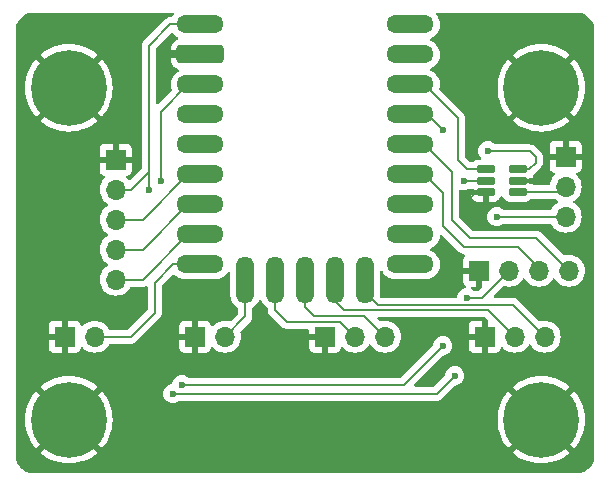
<source format=gbr>
%TF.GenerationSoftware,KiCad,Pcbnew,8.0.5*%
%TF.CreationDate,2024-09-18T02:34:05+09:00*%
%TF.ProjectId,MIDI_Pedal,4d494449-5f50-4656-9461-6c2e6b696361,rev?*%
%TF.SameCoordinates,Original*%
%TF.FileFunction,Copper,L1,Top*%
%TF.FilePolarity,Positive*%
%FSLAX46Y46*%
G04 Gerber Fmt 4.6, Leading zero omitted, Abs format (unit mm)*
G04 Created by KiCad (PCBNEW 8.0.5) date 2024-09-18 02:34:05*
%MOMM*%
%LPD*%
G01*
G04 APERTURE LIST*
G04 Aperture macros list*
%AMRoundRect*
0 Rectangle with rounded corners*
0 $1 Rounding radius*
0 $2 $3 $4 $5 $6 $7 $8 $9 X,Y pos of 4 corners*
0 Add a 4 corners polygon primitive as box body*
4,1,4,$2,$3,$4,$5,$6,$7,$8,$9,$2,$3,0*
0 Add four circle primitives for the rounded corners*
1,1,$1+$1,$2,$3*
1,1,$1+$1,$4,$5*
1,1,$1+$1,$6,$7*
1,1,$1+$1,$8,$9*
0 Add four rect primitives between the rounded corners*
20,1,$1+$1,$2,$3,$4,$5,0*
20,1,$1+$1,$4,$5,$6,$7,0*
20,1,$1+$1,$6,$7,$8,$9,0*
20,1,$1+$1,$8,$9,$2,$3,0*%
G04 Aperture macros list end*
%TA.AperFunction,ComponentPad*%
%ADD10C,0.800000*%
%TD*%
%TA.AperFunction,ComponentPad*%
%ADD11C,6.400000*%
%TD*%
%TA.AperFunction,ComponentPad*%
%ADD12O,4.000000X1.500000*%
%TD*%
%TA.AperFunction,ComponentPad*%
%ADD13O,1.500000X4.000000*%
%TD*%
%TA.AperFunction,ComponentPad*%
%ADD14RoundRect,0.250000X-1.750000X-0.500000X1.750000X-0.500000X1.750000X0.500000X-1.750000X0.500000X0*%
%TD*%
%TA.AperFunction,ComponentPad*%
%ADD15R,1.700000X1.700000*%
%TD*%
%TA.AperFunction,ComponentPad*%
%ADD16O,1.700000X1.700000*%
%TD*%
%TA.AperFunction,SMDPad,CuDef*%
%ADD17RoundRect,0.162500X0.617500X0.162500X-0.617500X0.162500X-0.617500X-0.162500X0.617500X-0.162500X0*%
%TD*%
%TA.AperFunction,ViaPad*%
%ADD18C,0.600000*%
%TD*%
%TA.AperFunction,Conductor*%
%ADD19C,0.700000*%
%TD*%
%TA.AperFunction,Conductor*%
%ADD20C,0.200000*%
%TD*%
G04 APERTURE END LIST*
D10*
%TO.P,H4,1,1*%
%TO.N,GND*%
X142600000Y-85000000D03*
X143302944Y-83302944D03*
X143302944Y-86697056D03*
X145000000Y-82600000D03*
D11*
X145000000Y-85000000D03*
D10*
X145000000Y-87400000D03*
X146697056Y-83302944D03*
X146697056Y-86697056D03*
X147400000Y-85000000D03*
%TD*%
%TO.P,H3,1,1*%
%TO.N,GND*%
X142600000Y-56900000D03*
X143302944Y-55202944D03*
X143302944Y-58597056D03*
X145000000Y-54500000D03*
D11*
X145000000Y-56900000D03*
D10*
X145000000Y-59300000D03*
X146697056Y-55202944D03*
X146697056Y-58597056D03*
X147400000Y-56900000D03*
%TD*%
%TO.P,H2,1,1*%
%TO.N,GND*%
X102600000Y-85000000D03*
X103302944Y-83302944D03*
X103302944Y-86697056D03*
X105000000Y-82600000D03*
D11*
X105000000Y-85000000D03*
D10*
X105000000Y-87400000D03*
X106697056Y-83302944D03*
X106697056Y-86697056D03*
X107400000Y-85000000D03*
%TD*%
%TO.P,H1,1,1*%
%TO.N,GND*%
X102600000Y-56900000D03*
X103302944Y-55202944D03*
X103302944Y-58597056D03*
X105000000Y-54500000D03*
D11*
X105000000Y-56900000D03*
D10*
X105000000Y-59300000D03*
X106697056Y-55202944D03*
X106697056Y-58597056D03*
X107400000Y-56900000D03*
%TD*%
D12*
%TO.P,U1,0,0*%
%TO.N,unconnected-(U1-Pad0)*%
X133920000Y-51540000D03*
%TO.P,U1,1,1*%
%TO.N,unconnected-(U1-Pad1)*%
X133920000Y-54080000D03*
%TO.P,U1,2,2*%
%TO.N,/I2C1_SDA*%
X133920000Y-56620000D03*
%TO.P,U1,3,3*%
%TO.N,/I2C1_SCL*%
X133920000Y-59160000D03*
%TO.P,U1,4,4*%
%TO.N,/I2C0_SDA*%
X133920000Y-61700000D03*
%TO.P,U1,5,5*%
%TO.N,/I2C0_SCL*%
X133920000Y-64240000D03*
%TO.P,U1,6,6*%
%TO.N,unconnected-(U1-Pad6)*%
X133920000Y-66780000D03*
%TO.P,U1,7,7*%
%TO.N,unconnected-(U1-Pad7)*%
X133920000Y-69320000D03*
%TO.P,U1,8,8*%
%TO.N,unconnected-(U1-Pad8)*%
X133920000Y-71860000D03*
D13*
%TO.P,U1,9,9*%
%TO.N,/SW6_PEDAL*%
X130080000Y-73160000D03*
%TO.P,U1,10,10*%
%TO.N,/SW5_PEDAL*%
X127540000Y-73160000D03*
%TO.P,U1,11,11*%
%TO.N,/SW4_PEDAL*%
X125000000Y-73160000D03*
%TO.P,U1,12,12*%
%TO.N,/SW3_PEDAL*%
X122460000Y-73160000D03*
%TO.P,U1,13,13*%
%TO.N,/SW2_PEDAL*%
X119920000Y-73160000D03*
D12*
%TO.P,U1,14,14*%
%TO.N,/SW1_PEDAL*%
X116130000Y-71860000D03*
%TO.P,U1,15,15*%
%TO.N,/RTEN_CLK*%
X116130000Y-69320000D03*
%TO.P,U1,26,26*%
%TO.N,/RTEN_DT*%
X116130000Y-66780000D03*
%TO.P,U1,27,27*%
%TO.N,/RTEN_SW*%
X116130000Y-64240000D03*
%TO.P,U1,28,28*%
%TO.N,unconnected-(U1-Pad28)*%
X116130000Y-61700000D03*
%TO.P,U1,29,29*%
%TO.N,unconnected-(U1-Pad29)*%
X116130000Y-59160000D03*
%TO.P,U1,30,3V3*%
%TO.N,+3V3*%
X116130000Y-56620000D03*
D14*
%TO.P,U1,31,GND*%
%TO.N,GND*%
X116130000Y-54080000D03*
D12*
%TO.P,U1,32,5V*%
%TO.N,VCC*%
X116080000Y-51540000D03*
%TD*%
D15*
%TO.P,J5,1,Pin_1*%
%TO.N,GND*%
X115668000Y-77978000D03*
D16*
%TO.P,J5,2,Pin_2*%
%TO.N,/SW2_PEDAL*%
X118208000Y-77978000D03*
%TD*%
D15*
%TO.P,J7,1,Pin_1*%
%TO.N,GND*%
X140208000Y-77978000D03*
D16*
%TO.P,J7,2,Pin_2*%
%TO.N,/SW5_PEDAL*%
X142748000Y-77978000D03*
%TO.P,J7,3,Pin_3*%
%TO.N,/SW6_PEDAL*%
X145288000Y-77978000D03*
%TD*%
D15*
%TO.P,J1,1,Pin_1*%
%TO.N,GND*%
X139710000Y-72390000D03*
D16*
%TO.P,J1,2,Pin_2*%
%TO.N,VCC*%
X142250000Y-72390000D03*
%TO.P,J1,3,Pin_3*%
%TO.N,/I2C0_SCL*%
X144790000Y-72390000D03*
%TO.P,J1,4,Pin_4*%
%TO.N,/I2C0_SDA*%
X147330000Y-72390000D03*
%TD*%
D15*
%TO.P,J6,1,Pin_1*%
%TO.N,GND*%
X126688000Y-77978000D03*
D16*
%TO.P,J6,2,Pin_2*%
%TO.N,/SW3_PEDAL*%
X129228000Y-77978000D03*
%TO.P,J6,3,Pin_3*%
%TO.N,/SW4_PEDAL*%
X131768000Y-77978000D03*
%TD*%
D15*
%TO.P,J2,1,Pin_1*%
%TO.N,GND*%
X108966000Y-62992000D03*
D16*
%TO.P,J2,2,Pin_2*%
%TO.N,VCC*%
X108966000Y-65532000D03*
%TO.P,J2,3,Pin_3*%
%TO.N,/RTEN_SW*%
X108966000Y-68072000D03*
%TO.P,J2,4,Pin_4*%
%TO.N,/RTEN_DT*%
X108966000Y-70612000D03*
%TO.P,J2,5,Pin_5*%
%TO.N,/RTEN_CLK*%
X108966000Y-73152000D03*
%TD*%
D15*
%TO.P,J4,1,Pin_1*%
%TO.N,GND*%
X104648000Y-77978000D03*
D16*
%TO.P,J4,2,Pin_2*%
%TO.N,/SW1_PEDAL*%
X107188000Y-77978000D03*
%TD*%
D15*
%TO.P,J3,1,Pin_1*%
%TO.N,GND*%
X147066000Y-62738000D03*
D16*
%TO.P,J3,2,Pin_2*%
%TO.N,/EXP_PEDAL*%
X147066000Y-65278000D03*
%TO.P,J3,3,Pin_3*%
%TO.N,+3V3*%
X147066000Y-67818000D03*
%TD*%
D17*
%TO.P,U2,6,VIN-*%
%TO.N,GND*%
X140302000Y-65720000D03*
%TO.P,U2,5,VDD*%
%TO.N,+3V3*%
X140302000Y-64770000D03*
%TO.P,U2,4,SDA*%
%TO.N,/I2C1_SDA*%
X140302000Y-63820000D03*
%TO.P,U2,3,SCL*%
%TO.N,/I2C1_SCL*%
X143002000Y-63820000D03*
%TO.P,U2,2,VSS*%
%TO.N,GND*%
X143002000Y-64770000D03*
%TO.P,U2,1,VIN+*%
%TO.N,/EXP_PEDAL*%
X143002000Y-65720000D03*
%TD*%
D18*
%TO.N,GND*%
X126492000Y-84074000D03*
X139954000Y-59436000D03*
X146050000Y-74930000D03*
X134620000Y-77724000D03*
X141224000Y-81534000D03*
X129540000Y-80010000D03*
X132842000Y-87122000D03*
X109728000Y-53594000D03*
X102362000Y-64516000D03*
X106172000Y-68072000D03*
X102362000Y-74168000D03*
X109474000Y-81026000D03*
X121158000Y-85852000D03*
X120650000Y-79756000D03*
X112522000Y-87122000D03*
X112776000Y-55118000D03*
%TO.N,VCC*%
X138684000Y-74676000D03*
X137668000Y-81280000D03*
X113792000Y-82804000D03*
X111760000Y-65532000D03*
%TO.N,+3V3*%
X141224000Y-67818000D03*
X136652000Y-78740000D03*
X114554000Y-82042000D03*
X112776000Y-64770000D03*
%TO.N,GND*%
X144272000Y-61468000D03*
X144780000Y-64770000D03*
X138684000Y-66548000D03*
%TO.N,/I2C1_SCL*%
X140462000Y-62230000D03*
X136652000Y-60452000D03*
%TO.N,+3V3*%
X138430000Y-64770000D03*
%TD*%
D19*
%TO.N,GND*%
X117380000Y-54080000D02*
X113306000Y-54080000D01*
D20*
%TO.N,+3V3*%
X136652000Y-78740000D02*
X133350000Y-82042000D01*
%TO.N,VCC*%
X139964000Y-74676000D02*
X138684000Y-74676000D01*
X142250000Y-72390000D02*
X139964000Y-74676000D01*
X136144000Y-82804000D02*
X137668000Y-81280000D01*
X113792000Y-82804000D02*
X136144000Y-82804000D01*
X111760000Y-63754000D02*
X111760000Y-65532000D01*
X111760000Y-63754000D02*
X111760000Y-64008000D01*
X111760000Y-53340000D02*
X111760000Y-63754000D01*
%TO.N,+3V3*%
X133350000Y-82042000D02*
X114554000Y-82042000D01*
X147066000Y-67818000D02*
X141224000Y-67818000D01*
X112776000Y-58928000D02*
X112776000Y-64770000D01*
X115084000Y-56620000D02*
X112776000Y-58928000D01*
X117380000Y-56620000D02*
X115084000Y-56620000D01*
%TO.N,GND*%
X145542000Y-62738000D02*
X144272000Y-61468000D01*
X147066000Y-62738000D02*
X145542000Y-62738000D01*
X143002000Y-64770000D02*
X144780000Y-64770000D01*
X139512000Y-65720000D02*
X138684000Y-66548000D01*
X140302000Y-65720000D02*
X139512000Y-65720000D01*
%TO.N,/EXP_PEDAL*%
X146624000Y-65720000D02*
X147066000Y-65278000D01*
X143002000Y-65720000D02*
X146624000Y-65720000D01*
%TO.N,/I2C1_SCL*%
X144526000Y-63246000D02*
X143952000Y-63820000D01*
X144018000Y-62230000D02*
X144526000Y-62738000D01*
X140462000Y-62230000D02*
X144018000Y-62230000D01*
X144526000Y-62738000D02*
X144526000Y-63246000D01*
X143952000Y-63820000D02*
X143002000Y-63820000D01*
X135360000Y-59160000D02*
X136652000Y-60452000D01*
X132670000Y-59160000D02*
X135360000Y-59160000D01*
%TO.N,/I2C1_SDA*%
X138750000Y-63820000D02*
X140302000Y-63820000D01*
X137922000Y-62992000D02*
X138750000Y-63820000D01*
X137922000Y-59436000D02*
X137922000Y-62992000D01*
X135128000Y-56642000D02*
X132692000Y-56642000D01*
X135128000Y-56642000D02*
X137922000Y-59436000D01*
X134136924Y-56642000D02*
X135128000Y-56642000D01*
X134114924Y-56620000D02*
X134136924Y-56642000D01*
X132670000Y-56620000D02*
X134114924Y-56620000D01*
%TO.N,/I2C0_SDA*%
X138938000Y-69596000D02*
X144536000Y-69596000D01*
X137414000Y-68072000D02*
X138938000Y-69596000D01*
X135106000Y-61700000D02*
X137414000Y-64008000D01*
X137414000Y-64008000D02*
X137414000Y-68072000D01*
X144536000Y-69596000D02*
X147330000Y-72390000D01*
X132670000Y-61700000D02*
X135106000Y-61700000D01*
%TO.N,/I2C0_SCL*%
X144790000Y-72146000D02*
X144790000Y-72390000D01*
X143002000Y-70358000D02*
X144790000Y-72146000D01*
X138430000Y-70358000D02*
X143002000Y-70358000D01*
X136652000Y-68580000D02*
X138430000Y-70358000D01*
X136652000Y-65786000D02*
X136652000Y-68580000D01*
X135106000Y-64240000D02*
X136652000Y-65786000D01*
X132670000Y-64240000D02*
X135106000Y-64240000D01*
%TO.N,/RTEN_SW*%
X111252000Y-68072000D02*
X108966000Y-68072000D01*
X115084000Y-64240000D02*
X111252000Y-68072000D01*
X117380000Y-64240000D02*
X115084000Y-64240000D01*
%TO.N,/RTEN_DT*%
X111252000Y-70612000D02*
X108966000Y-70612000D01*
X115084000Y-66780000D02*
X111252000Y-70612000D01*
X117380000Y-66780000D02*
X115084000Y-66780000D01*
%TO.N,/RTEN_CLK*%
X115084000Y-69320000D02*
X117380000Y-69320000D01*
X111252000Y-73152000D02*
X115084000Y-69320000D01*
X108966000Y-73152000D02*
X111252000Y-73152000D01*
%TO.N,/SW6_PEDAL*%
X142602000Y-75292000D02*
X145288000Y-77978000D01*
X131172000Y-75292000D02*
X142602000Y-75292000D01*
X130080000Y-71910000D02*
X130080000Y-74200000D01*
X130080000Y-74200000D02*
X131172000Y-75292000D01*
%TO.N,/SW5_PEDAL*%
X140462000Y-75692000D02*
X142748000Y-77978000D01*
X128270000Y-75692000D02*
X140462000Y-75692000D01*
X127540000Y-74962000D02*
X128270000Y-75692000D01*
X127540000Y-71910000D02*
X127540000Y-74962000D01*
%TO.N,/SW4_PEDAL*%
X129990000Y-76200000D02*
X131768000Y-77978000D01*
X125730000Y-76200000D02*
X129990000Y-76200000D01*
X125000000Y-75470000D02*
X125730000Y-76200000D01*
X125000000Y-71910000D02*
X125000000Y-75470000D01*
%TO.N,/SW3_PEDAL*%
X123444000Y-76708000D02*
X127958000Y-76708000D01*
X122428000Y-75692000D02*
X123444000Y-76708000D01*
X127958000Y-76708000D02*
X129228000Y-77978000D01*
X122428000Y-71942000D02*
X122428000Y-75692000D01*
X122460000Y-71910000D02*
X122428000Y-71942000D01*
%TO.N,/SW2_PEDAL*%
X119920000Y-76266000D02*
X118208000Y-77978000D01*
X119920000Y-71910000D02*
X119920000Y-76266000D01*
%TO.N,/SW1_PEDAL*%
X110236000Y-77978000D02*
X107188000Y-77978000D01*
X112268000Y-75946000D02*
X110236000Y-77978000D01*
X112268000Y-73406000D02*
X112268000Y-75946000D01*
X113814000Y-71860000D02*
X112268000Y-73406000D01*
X117380000Y-71860000D02*
X113814000Y-71860000D01*
%TO.N,VCC*%
X117330000Y-51540000D02*
X113560000Y-51540000D01*
X113560000Y-51540000D02*
X111760000Y-53340000D01*
X111760000Y-64008000D02*
X110236000Y-65532000D01*
X110236000Y-65532000D02*
X108966000Y-65532000D01*
%TO.N,+3V3*%
X138430000Y-64770000D02*
X140302000Y-64770000D01*
%TD*%
%TA.AperFunction,Conductor*%
%TO.N,GND*%
G36*
X113835605Y-50558185D02*
G01*
X113881360Y-50610989D01*
X113891304Y-50680147D01*
X113868884Y-50735383D01*
X113835123Y-50781853D01*
X113757722Y-50888386D01*
X113702392Y-50931051D01*
X113657404Y-50939500D01*
X113480941Y-50939500D01*
X113441651Y-50950027D01*
X113441652Y-50950028D01*
X113328214Y-50980423D01*
X113328209Y-50980426D01*
X113191290Y-51059475D01*
X113191282Y-51059481D01*
X111279481Y-52971282D01*
X111279477Y-52971287D01*
X111256854Y-53010474D01*
X111256853Y-53010476D01*
X111200423Y-53108215D01*
X111159499Y-53260943D01*
X111159499Y-53260945D01*
X111159499Y-53429046D01*
X111159500Y-53429059D01*
X111159500Y-63707902D01*
X111139815Y-63774941D01*
X111123181Y-63795583D01*
X110213459Y-64705304D01*
X110152136Y-64738789D01*
X110082444Y-64733805D01*
X110026511Y-64691933D01*
X110024235Y-64688791D01*
X110004495Y-64660599D01*
X109882179Y-64538283D01*
X109848696Y-64476963D01*
X109853680Y-64407271D01*
X109895551Y-64351337D01*
X109926529Y-64334422D01*
X110058086Y-64285354D01*
X110058093Y-64285350D01*
X110173187Y-64199190D01*
X110173190Y-64199187D01*
X110259350Y-64084093D01*
X110259354Y-64084086D01*
X110309596Y-63949379D01*
X110309598Y-63949372D01*
X110315999Y-63889844D01*
X110316000Y-63889827D01*
X110316000Y-63242000D01*
X109399012Y-63242000D01*
X109431925Y-63184993D01*
X109466000Y-63057826D01*
X109466000Y-62926174D01*
X109431925Y-62799007D01*
X109399012Y-62742000D01*
X110316000Y-62742000D01*
X110316000Y-62094172D01*
X110315999Y-62094155D01*
X110309598Y-62034627D01*
X110309596Y-62034620D01*
X110259354Y-61899913D01*
X110259350Y-61899906D01*
X110173190Y-61784812D01*
X110173187Y-61784809D01*
X110058093Y-61698649D01*
X110058086Y-61698645D01*
X109923379Y-61648403D01*
X109923372Y-61648401D01*
X109863844Y-61642000D01*
X109216000Y-61642000D01*
X109216000Y-62558988D01*
X109158993Y-62526075D01*
X109031826Y-62492000D01*
X108900174Y-62492000D01*
X108773007Y-62526075D01*
X108716000Y-62558988D01*
X108716000Y-61642000D01*
X108068155Y-61642000D01*
X108008627Y-61648401D01*
X108008620Y-61648403D01*
X107873913Y-61698645D01*
X107873906Y-61698649D01*
X107758812Y-61784809D01*
X107758809Y-61784812D01*
X107672649Y-61899906D01*
X107672645Y-61899913D01*
X107622403Y-62034620D01*
X107622401Y-62034627D01*
X107616000Y-62094155D01*
X107616000Y-62742000D01*
X108532988Y-62742000D01*
X108500075Y-62799007D01*
X108466000Y-62926174D01*
X108466000Y-63057826D01*
X108500075Y-63184993D01*
X108532988Y-63242000D01*
X107616000Y-63242000D01*
X107616000Y-63889844D01*
X107622401Y-63949372D01*
X107622403Y-63949379D01*
X107672645Y-64084086D01*
X107672649Y-64084093D01*
X107758809Y-64199187D01*
X107758812Y-64199190D01*
X107873906Y-64285350D01*
X107873913Y-64285354D01*
X108005470Y-64334421D01*
X108061403Y-64376292D01*
X108085821Y-64441756D01*
X108070970Y-64510029D01*
X108049819Y-64538284D01*
X107927503Y-64660600D01*
X107791965Y-64854169D01*
X107791964Y-64854171D01*
X107692098Y-65068335D01*
X107692094Y-65068344D01*
X107630938Y-65296586D01*
X107630936Y-65296596D01*
X107610341Y-65531999D01*
X107610341Y-65532000D01*
X107630936Y-65767403D01*
X107630938Y-65767413D01*
X107692094Y-65995655D01*
X107692096Y-65995659D01*
X107692097Y-65995663D01*
X107767144Y-66156602D01*
X107791965Y-66209830D01*
X107791967Y-66209834D01*
X107927501Y-66403395D01*
X107927506Y-66403402D01*
X108094597Y-66570493D01*
X108094603Y-66570498D01*
X108280158Y-66700425D01*
X108323783Y-66755002D01*
X108330977Y-66824500D01*
X108299454Y-66886855D01*
X108280158Y-66903575D01*
X108094597Y-67033505D01*
X107927505Y-67200597D01*
X107791965Y-67394169D01*
X107791964Y-67394171D01*
X107692098Y-67608335D01*
X107692094Y-67608344D01*
X107630938Y-67836586D01*
X107630936Y-67836596D01*
X107610341Y-68071999D01*
X107610341Y-68072000D01*
X107630936Y-68307403D01*
X107630938Y-68307413D01*
X107692094Y-68535655D01*
X107692096Y-68535659D01*
X107692097Y-68535663D01*
X107763787Y-68689402D01*
X107791965Y-68749830D01*
X107791967Y-68749834D01*
X107927501Y-68943395D01*
X107927506Y-68943402D01*
X108094597Y-69110493D01*
X108094603Y-69110498D01*
X108280158Y-69240425D01*
X108323783Y-69295002D01*
X108330977Y-69364500D01*
X108299454Y-69426855D01*
X108280158Y-69443575D01*
X108094597Y-69573505D01*
X107927505Y-69740597D01*
X107791965Y-69934169D01*
X107791964Y-69934171D01*
X107692098Y-70148335D01*
X107692094Y-70148344D01*
X107630938Y-70376586D01*
X107630936Y-70376596D01*
X107610341Y-70611999D01*
X107610341Y-70612000D01*
X107630936Y-70847403D01*
X107630938Y-70847413D01*
X107692094Y-71075655D01*
X107692096Y-71075659D01*
X107692097Y-71075663D01*
X107764839Y-71231658D01*
X107791965Y-71289830D01*
X107791967Y-71289834D01*
X107855085Y-71379975D01*
X107911780Y-71460944D01*
X107927501Y-71483395D01*
X107927506Y-71483402D01*
X108094597Y-71650493D01*
X108094603Y-71650498D01*
X108280158Y-71780425D01*
X108323783Y-71835002D01*
X108330977Y-71904500D01*
X108299454Y-71966855D01*
X108280158Y-71983575D01*
X108094597Y-72113505D01*
X107927505Y-72280597D01*
X107791965Y-72474169D01*
X107791964Y-72474171D01*
X107692098Y-72688335D01*
X107692094Y-72688344D01*
X107630938Y-72916586D01*
X107630936Y-72916596D01*
X107610341Y-73151999D01*
X107610341Y-73152000D01*
X107630936Y-73387403D01*
X107630938Y-73387413D01*
X107692094Y-73615655D01*
X107692096Y-73615659D01*
X107692097Y-73615663D01*
X107770481Y-73783757D01*
X107791965Y-73829830D01*
X107791967Y-73829834D01*
X107834538Y-73890631D01*
X107927505Y-74023401D01*
X108094599Y-74190495D01*
X108191384Y-74258265D01*
X108288165Y-74326032D01*
X108288167Y-74326033D01*
X108288170Y-74326035D01*
X108502337Y-74425903D01*
X108730592Y-74487063D01*
X108918918Y-74503539D01*
X108965999Y-74507659D01*
X108966000Y-74507659D01*
X108966001Y-74507659D01*
X109005234Y-74504226D01*
X109201408Y-74487063D01*
X109429663Y-74425903D01*
X109643830Y-74326035D01*
X109837401Y-74190495D01*
X110004495Y-74023401D01*
X110140035Y-73829830D01*
X110142707Y-73824097D01*
X110188878Y-73771658D01*
X110255091Y-73752500D01*
X111165331Y-73752500D01*
X111165347Y-73752501D01*
X111172943Y-73752501D01*
X111331054Y-73752501D01*
X111331057Y-73752501D01*
X111483785Y-73711577D01*
X111483787Y-73711575D01*
X111483790Y-73711575D01*
X111491297Y-73708466D01*
X111492071Y-73710335D01*
X111549380Y-73696423D01*
X111615411Y-73719264D01*
X111658610Y-73774179D01*
X111667500Y-73820283D01*
X111667500Y-75645903D01*
X111647815Y-75712942D01*
X111631181Y-75733584D01*
X110023584Y-77341181D01*
X109962261Y-77374666D01*
X109935903Y-77377500D01*
X108477091Y-77377500D01*
X108410052Y-77357815D01*
X108364711Y-77305909D01*
X108362037Y-77300175D01*
X108362034Y-77300170D01*
X108362033Y-77300169D01*
X108304002Y-77217290D01*
X108226494Y-77106597D01*
X108059402Y-76939506D01*
X108059395Y-76939501D01*
X107865834Y-76803967D01*
X107865830Y-76803965D01*
X107794727Y-76770809D01*
X107651663Y-76704097D01*
X107651659Y-76704096D01*
X107651655Y-76704094D01*
X107423413Y-76642938D01*
X107423403Y-76642936D01*
X107188001Y-76622341D01*
X107187999Y-76622341D01*
X106952596Y-76642936D01*
X106952586Y-76642938D01*
X106724344Y-76704094D01*
X106724335Y-76704098D01*
X106510171Y-76803964D01*
X106510169Y-76803965D01*
X106316600Y-76939503D01*
X106194284Y-77061819D01*
X106132961Y-77095303D01*
X106063269Y-77090319D01*
X106007336Y-77048447D01*
X105990421Y-77017470D01*
X105941354Y-76885913D01*
X105941350Y-76885906D01*
X105855190Y-76770812D01*
X105855187Y-76770809D01*
X105740093Y-76684649D01*
X105740086Y-76684645D01*
X105605379Y-76634403D01*
X105605372Y-76634401D01*
X105545844Y-76628000D01*
X104898000Y-76628000D01*
X104898000Y-77544988D01*
X104840993Y-77512075D01*
X104713826Y-77478000D01*
X104582174Y-77478000D01*
X104455007Y-77512075D01*
X104398000Y-77544988D01*
X104398000Y-76628000D01*
X103750155Y-76628000D01*
X103690627Y-76634401D01*
X103690620Y-76634403D01*
X103555913Y-76684645D01*
X103555906Y-76684649D01*
X103440812Y-76770809D01*
X103440809Y-76770812D01*
X103354649Y-76885906D01*
X103354645Y-76885913D01*
X103304403Y-77020620D01*
X103304401Y-77020627D01*
X103298000Y-77080155D01*
X103298000Y-77728000D01*
X104214988Y-77728000D01*
X104182075Y-77785007D01*
X104148000Y-77912174D01*
X104148000Y-78043826D01*
X104182075Y-78170993D01*
X104214988Y-78228000D01*
X103298000Y-78228000D01*
X103298000Y-78875844D01*
X103304401Y-78935372D01*
X103304403Y-78935379D01*
X103354645Y-79070086D01*
X103354649Y-79070093D01*
X103440809Y-79185187D01*
X103440812Y-79185190D01*
X103555906Y-79271350D01*
X103555913Y-79271354D01*
X103690620Y-79321596D01*
X103690627Y-79321598D01*
X103750155Y-79327999D01*
X103750172Y-79328000D01*
X104398000Y-79328000D01*
X104398000Y-78411012D01*
X104455007Y-78443925D01*
X104582174Y-78478000D01*
X104713826Y-78478000D01*
X104840993Y-78443925D01*
X104898000Y-78411012D01*
X104898000Y-79328000D01*
X105545828Y-79328000D01*
X105545844Y-79327999D01*
X105605372Y-79321598D01*
X105605379Y-79321596D01*
X105740086Y-79271354D01*
X105740093Y-79271350D01*
X105855187Y-79185190D01*
X105855190Y-79185187D01*
X105941350Y-79070093D01*
X105941354Y-79070086D01*
X105990422Y-78938529D01*
X106032293Y-78882595D01*
X106097757Y-78858178D01*
X106166030Y-78873030D01*
X106194285Y-78894181D01*
X106316599Y-79016495D01*
X106393135Y-79070086D01*
X106510165Y-79152032D01*
X106510167Y-79152033D01*
X106510170Y-79152035D01*
X106724337Y-79251903D01*
X106952592Y-79313063D01*
X107123319Y-79328000D01*
X107187999Y-79333659D01*
X107188000Y-79333659D01*
X107188001Y-79333659D01*
X107252681Y-79328000D01*
X107423408Y-79313063D01*
X107651663Y-79251903D01*
X107865830Y-79152035D01*
X108059401Y-79016495D01*
X108226495Y-78849401D01*
X108362035Y-78655830D01*
X108364707Y-78650097D01*
X108410878Y-78597658D01*
X108477091Y-78578500D01*
X110149331Y-78578500D01*
X110149347Y-78578501D01*
X110156943Y-78578501D01*
X110315054Y-78578501D01*
X110315057Y-78578501D01*
X110467785Y-78537577D01*
X110467787Y-78537575D01*
X110467789Y-78537575D01*
X110467790Y-78537574D01*
X110518640Y-78508216D01*
X110518641Y-78508215D01*
X110604716Y-78458520D01*
X110716520Y-78346716D01*
X110716520Y-78346714D01*
X110726724Y-78336511D01*
X110726728Y-78336506D01*
X112626506Y-76436728D01*
X112626511Y-76436724D01*
X112636714Y-76426520D01*
X112636716Y-76426520D01*
X112748520Y-76314716D01*
X112822289Y-76186944D01*
X112822290Y-76186943D01*
X112824434Y-76183227D01*
X112827577Y-76177785D01*
X112868501Y-76025057D01*
X112868501Y-75866943D01*
X112868501Y-75859348D01*
X112868500Y-75859330D01*
X112868500Y-73706096D01*
X112888185Y-73639057D01*
X112904814Y-73618419D01*
X113799699Y-72723534D01*
X113861022Y-72690050D01*
X113930714Y-72695034D01*
X113975061Y-72723535D01*
X114065354Y-72813828D01*
X114224595Y-72929524D01*
X114307455Y-72971743D01*
X114399970Y-73018882D01*
X114399972Y-73018882D01*
X114399975Y-73018884D01*
X114441010Y-73032217D01*
X114587173Y-73079709D01*
X114781578Y-73110500D01*
X114781583Y-73110500D01*
X117478422Y-73110500D01*
X117672826Y-73079709D01*
X117709373Y-73067834D01*
X117860025Y-73018884D01*
X118035405Y-72929524D01*
X118194646Y-72813828D01*
X118333828Y-72674646D01*
X118445182Y-72521380D01*
X118500512Y-72478716D01*
X118570126Y-72472737D01*
X118631921Y-72505343D01*
X118666278Y-72566182D01*
X118669500Y-72594267D01*
X118669500Y-74508422D01*
X118700290Y-74702826D01*
X118761117Y-74890029D01*
X118850475Y-75065403D01*
X118850476Y-75065405D01*
X118966172Y-75224646D01*
X119105354Y-75363828D01*
X119197138Y-75430513D01*
X119268386Y-75482278D01*
X119311051Y-75537608D01*
X119319500Y-75582596D01*
X119319500Y-75965902D01*
X119299815Y-76032941D01*
X119283181Y-76053583D01*
X118691530Y-76645233D01*
X118630207Y-76678718D01*
X118571756Y-76677327D01*
X118443413Y-76642938D01*
X118443403Y-76642936D01*
X118208001Y-76622341D01*
X118207999Y-76622341D01*
X117972596Y-76642936D01*
X117972586Y-76642938D01*
X117744344Y-76704094D01*
X117744335Y-76704098D01*
X117530171Y-76803964D01*
X117530169Y-76803965D01*
X117336600Y-76939503D01*
X117214284Y-77061819D01*
X117152961Y-77095303D01*
X117083269Y-77090319D01*
X117027336Y-77048447D01*
X117010421Y-77017470D01*
X116961354Y-76885913D01*
X116961350Y-76885906D01*
X116875190Y-76770812D01*
X116875187Y-76770809D01*
X116760093Y-76684649D01*
X116760086Y-76684645D01*
X116625379Y-76634403D01*
X116625372Y-76634401D01*
X116565844Y-76628000D01*
X115918000Y-76628000D01*
X115918000Y-77544988D01*
X115860993Y-77512075D01*
X115733826Y-77478000D01*
X115602174Y-77478000D01*
X115475007Y-77512075D01*
X115418000Y-77544988D01*
X115418000Y-76628000D01*
X114770155Y-76628000D01*
X114710627Y-76634401D01*
X114710620Y-76634403D01*
X114575913Y-76684645D01*
X114575906Y-76684649D01*
X114460812Y-76770809D01*
X114460809Y-76770812D01*
X114374649Y-76885906D01*
X114374645Y-76885913D01*
X114324403Y-77020620D01*
X114324401Y-77020627D01*
X114318000Y-77080155D01*
X114318000Y-77728000D01*
X115234988Y-77728000D01*
X115202075Y-77785007D01*
X115168000Y-77912174D01*
X115168000Y-78043826D01*
X115202075Y-78170993D01*
X115234988Y-78228000D01*
X114318000Y-78228000D01*
X114318000Y-78875844D01*
X114324401Y-78935372D01*
X114324403Y-78935379D01*
X114374645Y-79070086D01*
X114374649Y-79070093D01*
X114460809Y-79185187D01*
X114460812Y-79185190D01*
X114575906Y-79271350D01*
X114575913Y-79271354D01*
X114710620Y-79321596D01*
X114710627Y-79321598D01*
X114770155Y-79327999D01*
X114770172Y-79328000D01*
X115418000Y-79328000D01*
X115418000Y-78411012D01*
X115475007Y-78443925D01*
X115602174Y-78478000D01*
X115733826Y-78478000D01*
X115860993Y-78443925D01*
X115918000Y-78411012D01*
X115918000Y-79328000D01*
X116565828Y-79328000D01*
X116565844Y-79327999D01*
X116625372Y-79321598D01*
X116625379Y-79321596D01*
X116760086Y-79271354D01*
X116760093Y-79271350D01*
X116875187Y-79185190D01*
X116875190Y-79185187D01*
X116961350Y-79070093D01*
X116961354Y-79070086D01*
X117010422Y-78938529D01*
X117052293Y-78882595D01*
X117117757Y-78858178D01*
X117186030Y-78873030D01*
X117214285Y-78894181D01*
X117336599Y-79016495D01*
X117413135Y-79070086D01*
X117530165Y-79152032D01*
X117530167Y-79152033D01*
X117530170Y-79152035D01*
X117744337Y-79251903D01*
X117972592Y-79313063D01*
X118143319Y-79328000D01*
X118207999Y-79333659D01*
X118208000Y-79333659D01*
X118208001Y-79333659D01*
X118272681Y-79328000D01*
X118443408Y-79313063D01*
X118671663Y-79251903D01*
X118885830Y-79152035D01*
X119079401Y-79016495D01*
X119246495Y-78849401D01*
X119382035Y-78655830D01*
X119481903Y-78441663D01*
X119543063Y-78213408D01*
X119563659Y-77978000D01*
X119543063Y-77742592D01*
X119508671Y-77614239D01*
X119510334Y-77544393D01*
X119540763Y-77494470D01*
X120400520Y-76634716D01*
X120479577Y-76497784D01*
X120520501Y-76345057D01*
X120520501Y-76186942D01*
X120520501Y-76179347D01*
X120520500Y-76179329D01*
X120520500Y-75582596D01*
X120540185Y-75515557D01*
X120571614Y-75482278D01*
X120575403Y-75479524D01*
X120575405Y-75479524D01*
X120734646Y-75363828D01*
X120873828Y-75224646D01*
X120989524Y-75065405D01*
X121058335Y-74930355D01*
X121079515Y-74888787D01*
X121127489Y-74837990D01*
X121195310Y-74821195D01*
X121261445Y-74843732D01*
X121300485Y-74888787D01*
X121390474Y-75065403D01*
X121409435Y-75091500D01*
X121506172Y-75224646D01*
X121645354Y-75363828D01*
X121776387Y-75459029D01*
X121819051Y-75514358D01*
X121827500Y-75559346D01*
X121827500Y-75605330D01*
X121827499Y-75605348D01*
X121827499Y-75771054D01*
X121827498Y-75771054D01*
X121827499Y-75771057D01*
X121868423Y-75923785D01*
X121868424Y-75923787D01*
X121868423Y-75923787D01*
X121883856Y-75950516D01*
X121883858Y-75950518D01*
X121883859Y-75950520D01*
X121892740Y-75965902D01*
X121947479Y-76060715D01*
X122066349Y-76179585D01*
X122066355Y-76179590D01*
X122959139Y-77072374D01*
X122959149Y-77072385D01*
X122963479Y-77076715D01*
X122963480Y-77076716D01*
X123075284Y-77188520D01*
X123162095Y-77238639D01*
X123162097Y-77238641D01*
X123200151Y-77260611D01*
X123212215Y-77267577D01*
X123364943Y-77308501D01*
X123364946Y-77308501D01*
X123530653Y-77308501D01*
X123530669Y-77308500D01*
X125214000Y-77308500D01*
X125281039Y-77328185D01*
X125326794Y-77380989D01*
X125338000Y-77432500D01*
X125338000Y-77728000D01*
X126254988Y-77728000D01*
X126222075Y-77785007D01*
X126188000Y-77912174D01*
X126188000Y-78043826D01*
X126222075Y-78170993D01*
X126254988Y-78228000D01*
X125338000Y-78228000D01*
X125338000Y-78875844D01*
X125344401Y-78935372D01*
X125344403Y-78935379D01*
X125394645Y-79070086D01*
X125394649Y-79070093D01*
X125480809Y-79185187D01*
X125480812Y-79185190D01*
X125595906Y-79271350D01*
X125595913Y-79271354D01*
X125730620Y-79321596D01*
X125730627Y-79321598D01*
X125790155Y-79327999D01*
X125790172Y-79328000D01*
X126438000Y-79328000D01*
X126438000Y-78411012D01*
X126495007Y-78443925D01*
X126622174Y-78478000D01*
X126753826Y-78478000D01*
X126880993Y-78443925D01*
X126938000Y-78411012D01*
X126938000Y-79328000D01*
X127585828Y-79328000D01*
X127585844Y-79327999D01*
X127645372Y-79321598D01*
X127645379Y-79321596D01*
X127780086Y-79271354D01*
X127780093Y-79271350D01*
X127895187Y-79185190D01*
X127895190Y-79185187D01*
X127981350Y-79070093D01*
X127981354Y-79070086D01*
X128030422Y-78938529D01*
X128072293Y-78882595D01*
X128137757Y-78858178D01*
X128206030Y-78873030D01*
X128234285Y-78894181D01*
X128356599Y-79016495D01*
X128433135Y-79070086D01*
X128550165Y-79152032D01*
X128550167Y-79152033D01*
X128550170Y-79152035D01*
X128764337Y-79251903D01*
X128992592Y-79313063D01*
X129163319Y-79328000D01*
X129227999Y-79333659D01*
X129228000Y-79333659D01*
X129228001Y-79333659D01*
X129292681Y-79328000D01*
X129463408Y-79313063D01*
X129691663Y-79251903D01*
X129905830Y-79152035D01*
X130099401Y-79016495D01*
X130266495Y-78849401D01*
X130396425Y-78663842D01*
X130451002Y-78620217D01*
X130520500Y-78613023D01*
X130582855Y-78644546D01*
X130599575Y-78663842D01*
X130729500Y-78849395D01*
X130729505Y-78849401D01*
X130896599Y-79016495D01*
X130973135Y-79070086D01*
X131090165Y-79152032D01*
X131090167Y-79152033D01*
X131090170Y-79152035D01*
X131304337Y-79251903D01*
X131532592Y-79313063D01*
X131703319Y-79328000D01*
X131767999Y-79333659D01*
X131768000Y-79333659D01*
X131768001Y-79333659D01*
X131832681Y-79328000D01*
X132003408Y-79313063D01*
X132231663Y-79251903D01*
X132445830Y-79152035D01*
X132639401Y-79016495D01*
X132806495Y-78849401D01*
X132942035Y-78655830D01*
X133041903Y-78441663D01*
X133103063Y-78213408D01*
X133123659Y-77978000D01*
X133103063Y-77742592D01*
X133041903Y-77514337D01*
X132942035Y-77300171D01*
X132942034Y-77300169D01*
X132806494Y-77106597D01*
X132639402Y-76939506D01*
X132639395Y-76939501D01*
X132445834Y-76803967D01*
X132445830Y-76803965D01*
X132374727Y-76770809D01*
X132231663Y-76704097D01*
X132231659Y-76704096D01*
X132231655Y-76704094D01*
X132003413Y-76642938D01*
X132003403Y-76642936D01*
X131768001Y-76622341D01*
X131767999Y-76622341D01*
X131532596Y-76642936D01*
X131532583Y-76642939D01*
X131404241Y-76677327D01*
X131334392Y-76675664D01*
X131284468Y-76645233D01*
X131143416Y-76504181D01*
X131109931Y-76442858D01*
X131114915Y-76373166D01*
X131156787Y-76317233D01*
X131222251Y-76292816D01*
X131231097Y-76292500D01*
X140161903Y-76292500D01*
X140228942Y-76312185D01*
X140249584Y-76328819D01*
X140421681Y-76500916D01*
X140455166Y-76562239D01*
X140458000Y-76588597D01*
X140458000Y-77544988D01*
X140400993Y-77512075D01*
X140273826Y-77478000D01*
X140142174Y-77478000D01*
X140015007Y-77512075D01*
X139958000Y-77544988D01*
X139958000Y-76628000D01*
X139310155Y-76628000D01*
X139250627Y-76634401D01*
X139250620Y-76634403D01*
X139115913Y-76684645D01*
X139115906Y-76684649D01*
X139000812Y-76770809D01*
X139000809Y-76770812D01*
X138914649Y-76885906D01*
X138914645Y-76885913D01*
X138864403Y-77020620D01*
X138864401Y-77020627D01*
X138858000Y-77080155D01*
X138858000Y-77728000D01*
X139774988Y-77728000D01*
X139742075Y-77785007D01*
X139708000Y-77912174D01*
X139708000Y-78043826D01*
X139742075Y-78170993D01*
X139774988Y-78228000D01*
X138858000Y-78228000D01*
X138858000Y-78875844D01*
X138864401Y-78935372D01*
X138864403Y-78935379D01*
X138914645Y-79070086D01*
X138914649Y-79070093D01*
X139000809Y-79185187D01*
X139000812Y-79185190D01*
X139115906Y-79271350D01*
X139115913Y-79271354D01*
X139250620Y-79321596D01*
X139250627Y-79321598D01*
X139310155Y-79327999D01*
X139310172Y-79328000D01*
X139958000Y-79328000D01*
X139958000Y-78411012D01*
X140015007Y-78443925D01*
X140142174Y-78478000D01*
X140273826Y-78478000D01*
X140400993Y-78443925D01*
X140458000Y-78411012D01*
X140458000Y-79328000D01*
X141105828Y-79328000D01*
X141105844Y-79327999D01*
X141165372Y-79321598D01*
X141165379Y-79321596D01*
X141300086Y-79271354D01*
X141300093Y-79271350D01*
X141415187Y-79185190D01*
X141415190Y-79185187D01*
X141501350Y-79070093D01*
X141501354Y-79070086D01*
X141550422Y-78938529D01*
X141592293Y-78882595D01*
X141657757Y-78858178D01*
X141726030Y-78873030D01*
X141754285Y-78894181D01*
X141876599Y-79016495D01*
X141953135Y-79070086D01*
X142070165Y-79152032D01*
X142070167Y-79152033D01*
X142070170Y-79152035D01*
X142284337Y-79251903D01*
X142512592Y-79313063D01*
X142683319Y-79328000D01*
X142747999Y-79333659D01*
X142748000Y-79333659D01*
X142748001Y-79333659D01*
X142812681Y-79328000D01*
X142983408Y-79313063D01*
X143211663Y-79251903D01*
X143425830Y-79152035D01*
X143619401Y-79016495D01*
X143786495Y-78849401D01*
X143916425Y-78663842D01*
X143971002Y-78620217D01*
X144040500Y-78613023D01*
X144102855Y-78644546D01*
X144119575Y-78663842D01*
X144249500Y-78849395D01*
X144249505Y-78849401D01*
X144416599Y-79016495D01*
X144493135Y-79070086D01*
X144610165Y-79152032D01*
X144610167Y-79152033D01*
X144610170Y-79152035D01*
X144824337Y-79251903D01*
X145052592Y-79313063D01*
X145223319Y-79328000D01*
X145287999Y-79333659D01*
X145288000Y-79333659D01*
X145288001Y-79333659D01*
X145352681Y-79328000D01*
X145523408Y-79313063D01*
X145751663Y-79251903D01*
X145965830Y-79152035D01*
X146159401Y-79016495D01*
X146326495Y-78849401D01*
X146462035Y-78655830D01*
X146561903Y-78441663D01*
X146623063Y-78213408D01*
X146643659Y-77978000D01*
X146623063Y-77742592D01*
X146561903Y-77514337D01*
X146462035Y-77300171D01*
X146462034Y-77300169D01*
X146326494Y-77106597D01*
X146159402Y-76939506D01*
X146159395Y-76939501D01*
X145965834Y-76803967D01*
X145965830Y-76803965D01*
X145894727Y-76770809D01*
X145751663Y-76704097D01*
X145751659Y-76704096D01*
X145751655Y-76704094D01*
X145523413Y-76642938D01*
X145523403Y-76642936D01*
X145288001Y-76622341D01*
X145287999Y-76622341D01*
X145052596Y-76642936D01*
X145052583Y-76642939D01*
X144924241Y-76677327D01*
X144854392Y-76675664D01*
X144804468Y-76645233D01*
X143089590Y-74930355D01*
X143089588Y-74930352D01*
X142970717Y-74811481D01*
X142970709Y-74811475D01*
X142872989Y-74755057D01*
X142872987Y-74755056D01*
X142833790Y-74732425D01*
X142833789Y-74732424D01*
X142821263Y-74729067D01*
X142681057Y-74691499D01*
X142522943Y-74691499D01*
X142515347Y-74691499D01*
X142515331Y-74691500D01*
X141097097Y-74691500D01*
X141030058Y-74671815D01*
X140984303Y-74619011D01*
X140974359Y-74549853D01*
X141003384Y-74486297D01*
X141009416Y-74479819D01*
X141163203Y-74326032D01*
X141766470Y-73722763D01*
X141827791Y-73689280D01*
X141886238Y-73690670D01*
X142014592Y-73725063D01*
X142185319Y-73740000D01*
X142249999Y-73745659D01*
X142250000Y-73745659D01*
X142250001Y-73745659D01*
X142314681Y-73740000D01*
X142485408Y-73725063D01*
X142713663Y-73663903D01*
X142927830Y-73564035D01*
X143121401Y-73428495D01*
X143288495Y-73261401D01*
X143418425Y-73075842D01*
X143473002Y-73032217D01*
X143542500Y-73025023D01*
X143604855Y-73056546D01*
X143621575Y-73075842D01*
X143751500Y-73261395D01*
X143751505Y-73261401D01*
X143918599Y-73428495D01*
X143995135Y-73482086D01*
X144112165Y-73564032D01*
X144112167Y-73564033D01*
X144112170Y-73564035D01*
X144326337Y-73663903D01*
X144554592Y-73725063D01*
X144725319Y-73740000D01*
X144789999Y-73745659D01*
X144790000Y-73745659D01*
X144790001Y-73745659D01*
X144854681Y-73740000D01*
X145025408Y-73725063D01*
X145253663Y-73663903D01*
X145467830Y-73564035D01*
X145661401Y-73428495D01*
X145828495Y-73261401D01*
X145958425Y-73075842D01*
X146013002Y-73032217D01*
X146082500Y-73025023D01*
X146144855Y-73056546D01*
X146161575Y-73075842D01*
X146291500Y-73261395D01*
X146291505Y-73261401D01*
X146458599Y-73428495D01*
X146535135Y-73482086D01*
X146652165Y-73564032D01*
X146652167Y-73564033D01*
X146652170Y-73564035D01*
X146866337Y-73663903D01*
X147094592Y-73725063D01*
X147265319Y-73740000D01*
X147329999Y-73745659D01*
X147330000Y-73745659D01*
X147330001Y-73745659D01*
X147394681Y-73740000D01*
X147565408Y-73725063D01*
X147793663Y-73663903D01*
X148007830Y-73564035D01*
X148201401Y-73428495D01*
X148368495Y-73261401D01*
X148504035Y-73067830D01*
X148603903Y-72853663D01*
X148665063Y-72625408D01*
X148685659Y-72390000D01*
X148665063Y-72154592D01*
X148603903Y-71926337D01*
X148504035Y-71712171D01*
X148460852Y-71650498D01*
X148368494Y-71518597D01*
X148201402Y-71351506D01*
X148201395Y-71351501D01*
X148007834Y-71215967D01*
X148007830Y-71215965D01*
X147962617Y-71194882D01*
X147793663Y-71116097D01*
X147793659Y-71116096D01*
X147793655Y-71116094D01*
X147565413Y-71054938D01*
X147565403Y-71054936D01*
X147330001Y-71034341D01*
X147329999Y-71034341D01*
X147094596Y-71054936D01*
X147094586Y-71054938D01*
X146966243Y-71089327D01*
X146896393Y-71087664D01*
X146846469Y-71057233D01*
X145023590Y-69234355D01*
X145023588Y-69234352D01*
X144904717Y-69115481D01*
X144904709Y-69115475D01*
X144809523Y-69060520D01*
X144809521Y-69060519D01*
X144767790Y-69036425D01*
X144767789Y-69036424D01*
X144755263Y-69033067D01*
X144615057Y-68995499D01*
X144456943Y-68995499D01*
X144449347Y-68995499D01*
X144449331Y-68995500D01*
X139238097Y-68995500D01*
X139171058Y-68975815D01*
X139150416Y-68959181D01*
X138050819Y-67859584D01*
X138017334Y-67798261D01*
X138014500Y-67771903D01*
X138014500Y-65970000D01*
X139025085Y-65970000D01*
X139028064Y-66002792D01*
X139028067Y-66002802D01*
X139075927Y-66156392D01*
X139159163Y-66294080D01*
X139272919Y-66407836D01*
X139410603Y-66491070D01*
X139564207Y-66538934D01*
X139630957Y-66545000D01*
X140052000Y-66545000D01*
X140052000Y-65970000D01*
X139025085Y-65970000D01*
X138014500Y-65970000D01*
X138014500Y-65647464D01*
X138034185Y-65580425D01*
X138086989Y-65534670D01*
X138156147Y-65524726D01*
X138179455Y-65530423D01*
X138250737Y-65555366D01*
X138250743Y-65555367D01*
X138250745Y-65555368D01*
X138250746Y-65555368D01*
X138250750Y-65555369D01*
X138429996Y-65575565D01*
X138430000Y-65575565D01*
X138430004Y-65575565D01*
X138609249Y-65555369D01*
X138609252Y-65555368D01*
X138609255Y-65555368D01*
X138779522Y-65495789D01*
X138787940Y-65490500D01*
X138828807Y-65464821D01*
X138862823Y-65443447D01*
X138930057Y-65424447D01*
X138996893Y-65444814D01*
X139020357Y-65464821D01*
X139025087Y-65470000D01*
X139257504Y-65470000D01*
X139321653Y-65487882D01*
X139410398Y-65541531D01*
X139564113Y-65589430D01*
X139630909Y-65595500D01*
X140428001Y-65595499D01*
X140495039Y-65615183D01*
X140540794Y-65667987D01*
X140552000Y-65719499D01*
X140552000Y-66545000D01*
X140973043Y-66545000D01*
X141039792Y-66538934D01*
X141193396Y-66491070D01*
X141331080Y-66407836D01*
X141444836Y-66294080D01*
X141528070Y-66156396D01*
X141533350Y-66139451D01*
X141572086Y-66081302D01*
X141636110Y-66053326D01*
X141705096Y-66064405D01*
X141757140Y-66111021D01*
X141770121Y-66139443D01*
X141775467Y-66156598D01*
X141775468Y-66156600D01*
X141775469Y-66156602D01*
X141836639Y-66257789D01*
X141858766Y-66294391D01*
X141972608Y-66408233D01*
X141972610Y-66408234D01*
X141972612Y-66408236D01*
X142110398Y-66491531D01*
X142264113Y-66539430D01*
X142330909Y-66545500D01*
X143673090Y-66545499D01*
X143673097Y-66545499D01*
X143739882Y-66539431D01*
X143739885Y-66539430D01*
X143739887Y-66539430D01*
X143893602Y-66491531D01*
X144031388Y-66408236D01*
X144082804Y-66356820D01*
X144144127Y-66323334D01*
X144170486Y-66320500D01*
X146161221Y-66320500D01*
X146228260Y-66340185D01*
X146232344Y-66342925D01*
X146380158Y-66446425D01*
X146423783Y-66501002D01*
X146430977Y-66570500D01*
X146399454Y-66632855D01*
X146380158Y-66649575D01*
X146194597Y-66779505D01*
X146027506Y-66946596D01*
X145891965Y-67140170D01*
X145891962Y-67140175D01*
X145889289Y-67145909D01*
X145843115Y-67198346D01*
X145776909Y-67217500D01*
X141806412Y-67217500D01*
X141739373Y-67197815D01*
X141729097Y-67190445D01*
X141726263Y-67188185D01*
X141726262Y-67188184D01*
X141649847Y-67140169D01*
X141573523Y-67092211D01*
X141403254Y-67032631D01*
X141403249Y-67032630D01*
X141224004Y-67012435D01*
X141223996Y-67012435D01*
X141044750Y-67032630D01*
X141044745Y-67032631D01*
X140874476Y-67092211D01*
X140721737Y-67188184D01*
X140594184Y-67315737D01*
X140498211Y-67468476D01*
X140438631Y-67638745D01*
X140438630Y-67638750D01*
X140418435Y-67817996D01*
X140418435Y-67818003D01*
X140438630Y-67997249D01*
X140438631Y-67997254D01*
X140498211Y-68167523D01*
X140569931Y-68281664D01*
X140594184Y-68320262D01*
X140721738Y-68447816D01*
X140789031Y-68490099D01*
X140861545Y-68535663D01*
X140874478Y-68543789D01*
X140899430Y-68552520D01*
X141044745Y-68603368D01*
X141044750Y-68603369D01*
X141223996Y-68623565D01*
X141224000Y-68623565D01*
X141224004Y-68623565D01*
X141403249Y-68603369D01*
X141403252Y-68603368D01*
X141403255Y-68603368D01*
X141573522Y-68543789D01*
X141726262Y-68447816D01*
X141726267Y-68447810D01*
X141729097Y-68445555D01*
X141731275Y-68444665D01*
X141732158Y-68444111D01*
X141732255Y-68444265D01*
X141793783Y-68419145D01*
X141806412Y-68418500D01*
X145776909Y-68418500D01*
X145843948Y-68438185D01*
X145889292Y-68490097D01*
X145891965Y-68495830D01*
X146027505Y-68689401D01*
X146194599Y-68856495D01*
X146291384Y-68924265D01*
X146388165Y-68992032D01*
X146388167Y-68992033D01*
X146388170Y-68992035D01*
X146602337Y-69091903D01*
X146830592Y-69153063D01*
X147018918Y-69169539D01*
X147065999Y-69173659D01*
X147066000Y-69173659D01*
X147066001Y-69173659D01*
X147105234Y-69170226D01*
X147301408Y-69153063D01*
X147529663Y-69091903D01*
X147743830Y-68992035D01*
X147937401Y-68856495D01*
X148104495Y-68689401D01*
X148240035Y-68495830D01*
X148339903Y-68281663D01*
X148401063Y-68053408D01*
X148421659Y-67818000D01*
X148401063Y-67582592D01*
X148339903Y-67354337D01*
X148240035Y-67140171D01*
X148240034Y-67140169D01*
X148104494Y-66946597D01*
X147937402Y-66779506D01*
X147937396Y-66779501D01*
X147751842Y-66649575D01*
X147708217Y-66594998D01*
X147701023Y-66525500D01*
X147732546Y-66463145D01*
X147751842Y-66446425D01*
X147903568Y-66340185D01*
X147937401Y-66316495D01*
X148104495Y-66149401D01*
X148240035Y-65955830D01*
X148339903Y-65741663D01*
X148401063Y-65513408D01*
X148421659Y-65278000D01*
X148401063Y-65042592D01*
X148339903Y-64814337D01*
X148240035Y-64600171D01*
X148233985Y-64591531D01*
X148104496Y-64406600D01*
X148048535Y-64350639D01*
X147982179Y-64284283D01*
X147948696Y-64222963D01*
X147953680Y-64153271D01*
X147995551Y-64097337D01*
X148026529Y-64080422D01*
X148158086Y-64031354D01*
X148158093Y-64031350D01*
X148273187Y-63945190D01*
X148273190Y-63945187D01*
X148359350Y-63830093D01*
X148359354Y-63830086D01*
X148409596Y-63695379D01*
X148409598Y-63695372D01*
X148415999Y-63635844D01*
X148416000Y-63635827D01*
X148416000Y-62988000D01*
X147499012Y-62988000D01*
X147531925Y-62930993D01*
X147566000Y-62803826D01*
X147566000Y-62672174D01*
X147531925Y-62545007D01*
X147499012Y-62488000D01*
X148416000Y-62488000D01*
X148416000Y-61840172D01*
X148415999Y-61840155D01*
X148409598Y-61780627D01*
X148409596Y-61780620D01*
X148359354Y-61645913D01*
X148359350Y-61645906D01*
X148273190Y-61530812D01*
X148273187Y-61530809D01*
X148158093Y-61444649D01*
X148158086Y-61444645D01*
X148023379Y-61394403D01*
X148023372Y-61394401D01*
X147963844Y-61388000D01*
X147316000Y-61388000D01*
X147316000Y-62304988D01*
X147258993Y-62272075D01*
X147131826Y-62238000D01*
X147000174Y-62238000D01*
X146873007Y-62272075D01*
X146816000Y-62304988D01*
X146816000Y-61388000D01*
X146168155Y-61388000D01*
X146108627Y-61394401D01*
X146108620Y-61394403D01*
X145973913Y-61444645D01*
X145973906Y-61444649D01*
X145858812Y-61530809D01*
X145858809Y-61530812D01*
X145772649Y-61645906D01*
X145772645Y-61645913D01*
X145722403Y-61780620D01*
X145722401Y-61780627D01*
X145716000Y-61840155D01*
X145716000Y-62488000D01*
X146632988Y-62488000D01*
X146600075Y-62545007D01*
X146566000Y-62672174D01*
X146566000Y-62803826D01*
X146600075Y-62930993D01*
X146632988Y-62988000D01*
X145716000Y-62988000D01*
X145716000Y-63635844D01*
X145722401Y-63695372D01*
X145722403Y-63695379D01*
X145772645Y-63830086D01*
X145772649Y-63830093D01*
X145858809Y-63945187D01*
X145858812Y-63945190D01*
X145973906Y-64031350D01*
X145973913Y-64031354D01*
X146105470Y-64080421D01*
X146161403Y-64122292D01*
X146185821Y-64187756D01*
X146170970Y-64256029D01*
X146149819Y-64284284D01*
X146027503Y-64406600D01*
X145891965Y-64600169D01*
X145891964Y-64600171D01*
X145792098Y-64814335D01*
X145792094Y-64814344D01*
X145734956Y-65027593D01*
X145698591Y-65087254D01*
X145635745Y-65117783D01*
X145615181Y-65119500D01*
X144405651Y-65119500D01*
X144338612Y-65099815D01*
X144292857Y-65047011D01*
X144290394Y-65032570D01*
X144278914Y-65020000D01*
X144046496Y-65020000D01*
X143982346Y-65002117D01*
X143893602Y-64948469D01*
X143766436Y-64908843D01*
X143739887Y-64900570D01*
X143739885Y-64900569D01*
X143739883Y-64900569D01*
X143693117Y-64896319D01*
X143673091Y-64894500D01*
X143673088Y-64894500D01*
X142876000Y-64894500D01*
X142808961Y-64874815D01*
X142763206Y-64822011D01*
X142752000Y-64770500D01*
X142752000Y-64769499D01*
X142771685Y-64702460D01*
X142824489Y-64656705D01*
X142875997Y-64645499D01*
X143673090Y-64645499D01*
X143673097Y-64645499D01*
X143739882Y-64639431D01*
X143739885Y-64639430D01*
X143739887Y-64639430D01*
X143893602Y-64591531D01*
X143982346Y-64537882D01*
X144046496Y-64520000D01*
X144278915Y-64520000D01*
X144278914Y-64519999D01*
X144275935Y-64487207D01*
X144275934Y-64487205D01*
X144262965Y-64445584D01*
X144261815Y-64375724D01*
X144298616Y-64316331D01*
X144319354Y-64301306D01*
X144320716Y-64300520D01*
X144432520Y-64188716D01*
X144432521Y-64188714D01*
X145006520Y-63614716D01*
X145085577Y-63477784D01*
X145126501Y-63325057D01*
X145126501Y-63166942D01*
X145126501Y-63159347D01*
X145126500Y-63159329D01*
X145126500Y-62658943D01*
X145125129Y-62653829D01*
X145125126Y-62653818D01*
X145105219Y-62579523D01*
X145087836Y-62514647D01*
X145085577Y-62506216D01*
X145085573Y-62506209D01*
X145006524Y-62369290D01*
X145006521Y-62369286D01*
X145006520Y-62369284D01*
X144894716Y-62257480D01*
X144894715Y-62257479D01*
X144890385Y-62253149D01*
X144890374Y-62253139D01*
X144505590Y-61868355D01*
X144505588Y-61868352D01*
X144386717Y-61749481D01*
X144386709Y-61749475D01*
X144284936Y-61690717D01*
X144284934Y-61690716D01*
X144249790Y-61670425D01*
X144249789Y-61670424D01*
X144237263Y-61667067D01*
X144097057Y-61629499D01*
X143938943Y-61629499D01*
X143931347Y-61629499D01*
X143931331Y-61629500D01*
X141044412Y-61629500D01*
X140977373Y-61609815D01*
X140967097Y-61602445D01*
X140964263Y-61600185D01*
X140964262Y-61600184D01*
X140907496Y-61564515D01*
X140811523Y-61504211D01*
X140641254Y-61444631D01*
X140641249Y-61444630D01*
X140462004Y-61424435D01*
X140461996Y-61424435D01*
X140282750Y-61444630D01*
X140282745Y-61444631D01*
X140112476Y-61504211D01*
X139959737Y-61600184D01*
X139832184Y-61727737D01*
X139736211Y-61880476D01*
X139676631Y-62050745D01*
X139676630Y-62050750D01*
X139656435Y-62229996D01*
X139656435Y-62230003D01*
X139676630Y-62409249D01*
X139676631Y-62409254D01*
X139736211Y-62579522D01*
X139832184Y-62732262D01*
X139882741Y-62782819D01*
X139916226Y-62844142D01*
X139911242Y-62913834D01*
X139869370Y-62969767D01*
X139803906Y-62994184D01*
X139795061Y-62994500D01*
X139630901Y-62994500D01*
X139564117Y-63000568D01*
X139564106Y-63000571D01*
X139410401Y-63048467D01*
X139272608Y-63131766D01*
X139272607Y-63131767D01*
X139221196Y-63183180D01*
X139159873Y-63216666D01*
X139133514Y-63219500D01*
X139050097Y-63219500D01*
X138983058Y-63199815D01*
X138962416Y-63183181D01*
X138558819Y-62779584D01*
X138525334Y-62718261D01*
X138522500Y-62691903D01*
X138522500Y-59525060D01*
X138522501Y-59525047D01*
X138522501Y-59356944D01*
X138516715Y-59335350D01*
X138481577Y-59204216D01*
X138465711Y-59176735D01*
X138402524Y-59067290D01*
X138402518Y-59067282D01*
X137425712Y-58090476D01*
X136408701Y-57073466D01*
X136375217Y-57012144D01*
X136378452Y-56947467D01*
X136389709Y-56912826D01*
X136391740Y-56899999D01*
X141294922Y-56899999D01*
X141294922Y-56900000D01*
X141315219Y-57287287D01*
X141375886Y-57670323D01*
X141375887Y-57670330D01*
X141476262Y-58044936D01*
X141615244Y-58406994D01*
X141791310Y-58752543D01*
X142002531Y-59077793D01*
X142211095Y-59335350D01*
X142211096Y-59335350D01*
X143705748Y-57840698D01*
X143779588Y-57942330D01*
X143957670Y-58120412D01*
X144059300Y-58194251D01*
X142564648Y-59688903D01*
X142564649Y-59688904D01*
X142822206Y-59897468D01*
X143147456Y-60108689D01*
X143493005Y-60284755D01*
X143855063Y-60423737D01*
X144229669Y-60524112D01*
X144229676Y-60524113D01*
X144612712Y-60584780D01*
X144999999Y-60605078D01*
X145000001Y-60605078D01*
X145387287Y-60584780D01*
X145770323Y-60524113D01*
X145770330Y-60524112D01*
X146144936Y-60423737D01*
X146506994Y-60284755D01*
X146852543Y-60108689D01*
X147177783Y-59897476D01*
X147177785Y-59897475D01*
X147435349Y-59688902D01*
X145940698Y-58194251D01*
X146042330Y-58120412D01*
X146220412Y-57942330D01*
X146294251Y-57840698D01*
X147788902Y-59335349D01*
X147997475Y-59077785D01*
X147997476Y-59077783D01*
X148208689Y-58752543D01*
X148384755Y-58406994D01*
X148523737Y-58044936D01*
X148624112Y-57670330D01*
X148624113Y-57670323D01*
X148684780Y-57287287D01*
X148705078Y-56900000D01*
X148705078Y-56899999D01*
X148684780Y-56512712D01*
X148624113Y-56129676D01*
X148624112Y-56129669D01*
X148523737Y-55755063D01*
X148384755Y-55393005D01*
X148208689Y-55047456D01*
X147997468Y-54722206D01*
X147788904Y-54464649D01*
X147788903Y-54464648D01*
X146294251Y-55959300D01*
X146220412Y-55857670D01*
X146042330Y-55679588D01*
X145940698Y-55605748D01*
X147435350Y-54111096D01*
X147435350Y-54111095D01*
X147177793Y-53902531D01*
X146852543Y-53691310D01*
X146506994Y-53515244D01*
X146144936Y-53376262D01*
X145770330Y-53275887D01*
X145770323Y-53275886D01*
X145387287Y-53215219D01*
X145000001Y-53194922D01*
X144999999Y-53194922D01*
X144612712Y-53215219D01*
X144229676Y-53275886D01*
X144229669Y-53275887D01*
X143855063Y-53376262D01*
X143493005Y-53515244D01*
X143147456Y-53691310D01*
X142822206Y-53902531D01*
X142564648Y-54111095D01*
X142564648Y-54111096D01*
X144059301Y-55605748D01*
X143957670Y-55679588D01*
X143779588Y-55857670D01*
X143705748Y-55959300D01*
X142211096Y-54464648D01*
X142211095Y-54464648D01*
X142002531Y-54722206D01*
X141791310Y-55047456D01*
X141615244Y-55393005D01*
X141476262Y-55755063D01*
X141375887Y-56129669D01*
X141375886Y-56129676D01*
X141315219Y-56512712D01*
X141294922Y-56899999D01*
X136391740Y-56899999D01*
X136403393Y-56826422D01*
X136420500Y-56718422D01*
X136420500Y-56521577D01*
X136389709Y-56327173D01*
X136328882Y-56139970D01*
X136239523Y-55964594D01*
X136123828Y-55805354D01*
X135984646Y-55666172D01*
X135905025Y-55608324D01*
X135825403Y-55550474D01*
X135648787Y-55460485D01*
X135597990Y-55412511D01*
X135581195Y-55344690D01*
X135603732Y-55278555D01*
X135648787Y-55239515D01*
X135825403Y-55149525D01*
X135825402Y-55149525D01*
X135825405Y-55149524D01*
X135984646Y-55033828D01*
X136123828Y-54894646D01*
X136239524Y-54735405D01*
X136328884Y-54560025D01*
X136389709Y-54372826D01*
X136410106Y-54244044D01*
X136420500Y-54178422D01*
X136420500Y-53981577D01*
X136389709Y-53787173D01*
X136358561Y-53691310D01*
X136328884Y-53599975D01*
X136328882Y-53599972D01*
X136328882Y-53599970D01*
X136281743Y-53507455D01*
X136239524Y-53424595D01*
X136123828Y-53265354D01*
X135984646Y-53126172D01*
X135905025Y-53068324D01*
X135825403Y-53010474D01*
X135648787Y-52920485D01*
X135597990Y-52872511D01*
X135581195Y-52804690D01*
X135603732Y-52738555D01*
X135648787Y-52699515D01*
X135825403Y-52609525D01*
X135825402Y-52609525D01*
X135825405Y-52609524D01*
X135984646Y-52493828D01*
X136123828Y-52354646D01*
X136239524Y-52195405D01*
X136328884Y-52020025D01*
X136389709Y-51832826D01*
X136392385Y-51815931D01*
X136420500Y-51638422D01*
X136420500Y-51441577D01*
X136389709Y-51247173D01*
X136361487Y-51160317D01*
X136328884Y-51059975D01*
X136328882Y-51059972D01*
X136328882Y-51059970D01*
X136281743Y-50967455D01*
X136239524Y-50884595D01*
X136131115Y-50735384D01*
X136107636Y-50669580D01*
X136123461Y-50601526D01*
X136173567Y-50552831D01*
X136231434Y-50538500D01*
X147934108Y-50538500D01*
X147995572Y-50538500D01*
X148004418Y-50538816D01*
X148204561Y-50553130D01*
X148222063Y-50555647D01*
X148413797Y-50597355D01*
X148430755Y-50602334D01*
X148611046Y-50669580D01*
X148614609Y-50670909D01*
X148630701Y-50678259D01*
X148802904Y-50772288D01*
X148817784Y-50781849D01*
X148955034Y-50884594D01*
X148974867Y-50899441D01*
X148988237Y-50911027D01*
X149126972Y-51049762D01*
X149138558Y-51063132D01*
X149219521Y-51171286D01*
X149256146Y-51220210D01*
X149265711Y-51235095D01*
X149359740Y-51407298D01*
X149367090Y-51423390D01*
X149435662Y-51607236D01*
X149440646Y-51624212D01*
X149482351Y-51815931D01*
X149484869Y-51833442D01*
X149499184Y-52033580D01*
X149499500Y-52042427D01*
X149499500Y-88033572D01*
X149499184Y-88042419D01*
X149484869Y-88242557D01*
X149482351Y-88260068D01*
X149440646Y-88451787D01*
X149435662Y-88468763D01*
X149367090Y-88652609D01*
X149359740Y-88668701D01*
X149265711Y-88840904D01*
X149256146Y-88855789D01*
X149138558Y-89012867D01*
X149126972Y-89026237D01*
X148988237Y-89164972D01*
X148974867Y-89176558D01*
X148817789Y-89294146D01*
X148802904Y-89303711D01*
X148630701Y-89397740D01*
X148614609Y-89405090D01*
X148430763Y-89473662D01*
X148413787Y-89478646D01*
X148222068Y-89520351D01*
X148204557Y-89522869D01*
X148023779Y-89535799D01*
X148004417Y-89537184D01*
X147995572Y-89537500D01*
X102004428Y-89537500D01*
X101995582Y-89537184D01*
X101973622Y-89535613D01*
X101795442Y-89522869D01*
X101777931Y-89520351D01*
X101586212Y-89478646D01*
X101569236Y-89473662D01*
X101385390Y-89405090D01*
X101369298Y-89397740D01*
X101197095Y-89303711D01*
X101182210Y-89294146D01*
X101025132Y-89176558D01*
X101011762Y-89164972D01*
X100873027Y-89026237D01*
X100861441Y-89012867D01*
X100743849Y-88855784D01*
X100734288Y-88840904D01*
X100640259Y-88668701D01*
X100632909Y-88652609D01*
X100572091Y-88489551D01*
X100564334Y-88468755D01*
X100559355Y-88451797D01*
X100517647Y-88260063D01*
X100515130Y-88242556D01*
X100500817Y-88042432D01*
X100500501Y-88033586D01*
X100500501Y-87964513D01*
X100500500Y-87964495D01*
X100500500Y-84999999D01*
X101294922Y-84999999D01*
X101294922Y-85000000D01*
X101315219Y-85387287D01*
X101375886Y-85770323D01*
X101375887Y-85770330D01*
X101476262Y-86144936D01*
X101615244Y-86506994D01*
X101791310Y-86852543D01*
X102002531Y-87177793D01*
X102211095Y-87435350D01*
X102211096Y-87435350D01*
X103705748Y-85940698D01*
X103779588Y-86042330D01*
X103957670Y-86220412D01*
X104059300Y-86294251D01*
X102564648Y-87788903D01*
X102564649Y-87788904D01*
X102822206Y-87997468D01*
X103147456Y-88208689D01*
X103493005Y-88384755D01*
X103855063Y-88523737D01*
X104229669Y-88624112D01*
X104229676Y-88624113D01*
X104612712Y-88684780D01*
X104999999Y-88705078D01*
X105000001Y-88705078D01*
X105387287Y-88684780D01*
X105770323Y-88624113D01*
X105770330Y-88624112D01*
X106144936Y-88523737D01*
X106506994Y-88384755D01*
X106852543Y-88208689D01*
X107177783Y-87997476D01*
X107177785Y-87997475D01*
X107435349Y-87788902D01*
X105940698Y-86294251D01*
X106042330Y-86220412D01*
X106220412Y-86042330D01*
X106294251Y-85940698D01*
X107788902Y-87435349D01*
X107997475Y-87177785D01*
X107997476Y-87177783D01*
X108208689Y-86852543D01*
X108384755Y-86506994D01*
X108523737Y-86144936D01*
X108624112Y-85770330D01*
X108624113Y-85770323D01*
X108684780Y-85387287D01*
X108705078Y-85000000D01*
X108705078Y-84999999D01*
X141294922Y-84999999D01*
X141294922Y-85000000D01*
X141315219Y-85387287D01*
X141375886Y-85770323D01*
X141375887Y-85770330D01*
X141476262Y-86144936D01*
X141615244Y-86506994D01*
X141791310Y-86852543D01*
X142002531Y-87177793D01*
X142211095Y-87435350D01*
X142211096Y-87435350D01*
X143705748Y-85940698D01*
X143779588Y-86042330D01*
X143957670Y-86220412D01*
X144059300Y-86294251D01*
X142564648Y-87788903D01*
X142564649Y-87788904D01*
X142822206Y-87997468D01*
X143147456Y-88208689D01*
X143493005Y-88384755D01*
X143855063Y-88523737D01*
X144229669Y-88624112D01*
X144229676Y-88624113D01*
X144612712Y-88684780D01*
X144999999Y-88705078D01*
X145000001Y-88705078D01*
X145387287Y-88684780D01*
X145770323Y-88624113D01*
X145770330Y-88624112D01*
X146144936Y-88523737D01*
X146506994Y-88384755D01*
X146852543Y-88208689D01*
X147177783Y-87997476D01*
X147177785Y-87997475D01*
X147435349Y-87788902D01*
X145940698Y-86294251D01*
X146042330Y-86220412D01*
X146220412Y-86042330D01*
X146294251Y-85940698D01*
X147788902Y-87435349D01*
X147997475Y-87177785D01*
X147997476Y-87177783D01*
X148208689Y-86852543D01*
X148384755Y-86506994D01*
X148523737Y-86144936D01*
X148624112Y-85770330D01*
X148624113Y-85770323D01*
X148684780Y-85387287D01*
X148705078Y-85000000D01*
X148705078Y-84999999D01*
X148684780Y-84612712D01*
X148624113Y-84229676D01*
X148624112Y-84229669D01*
X148523737Y-83855063D01*
X148384755Y-83493005D01*
X148208689Y-83147456D01*
X147997468Y-82822206D01*
X147788904Y-82564649D01*
X147788903Y-82564648D01*
X146294251Y-84059300D01*
X146220412Y-83957670D01*
X146042330Y-83779588D01*
X145940698Y-83705748D01*
X147435350Y-82211096D01*
X147435350Y-82211095D01*
X147177793Y-82002531D01*
X146852543Y-81791310D01*
X146506994Y-81615244D01*
X146144936Y-81476262D01*
X145770330Y-81375887D01*
X145770323Y-81375886D01*
X145387287Y-81315219D01*
X145000001Y-81294922D01*
X144999999Y-81294922D01*
X144612712Y-81315219D01*
X144229676Y-81375886D01*
X144229669Y-81375887D01*
X143855063Y-81476262D01*
X143493005Y-81615244D01*
X143147456Y-81791310D01*
X142822206Y-82002531D01*
X142564648Y-82211095D01*
X142564648Y-82211096D01*
X144059301Y-83705748D01*
X143957670Y-83779588D01*
X143779588Y-83957670D01*
X143705748Y-84059300D01*
X142211096Y-82564648D01*
X142211095Y-82564648D01*
X142002531Y-82822206D01*
X141791310Y-83147456D01*
X141615244Y-83493005D01*
X141476262Y-83855063D01*
X141375887Y-84229669D01*
X141375886Y-84229676D01*
X141315219Y-84612712D01*
X141294922Y-84999999D01*
X108705078Y-84999999D01*
X108684780Y-84612712D01*
X108624113Y-84229676D01*
X108624112Y-84229669D01*
X108523737Y-83855063D01*
X108384755Y-83493005D01*
X108208689Y-83147456D01*
X107997468Y-82822206D01*
X107982722Y-82803996D01*
X112986435Y-82803996D01*
X112986435Y-82804003D01*
X113006630Y-82983249D01*
X113006631Y-82983254D01*
X113066211Y-83153523D01*
X113162184Y-83306262D01*
X113289738Y-83433816D01*
X113442478Y-83529789D01*
X113612745Y-83589368D01*
X113612750Y-83589369D01*
X113791996Y-83609565D01*
X113792000Y-83609565D01*
X113792004Y-83609565D01*
X113971249Y-83589369D01*
X113971252Y-83589368D01*
X113971255Y-83589368D01*
X114141522Y-83529789D01*
X114294262Y-83433816D01*
X114294267Y-83433810D01*
X114297097Y-83431555D01*
X114299275Y-83430665D01*
X114300158Y-83430111D01*
X114300255Y-83430265D01*
X114361783Y-83405145D01*
X114374412Y-83404500D01*
X136057331Y-83404500D01*
X136057347Y-83404501D01*
X136064943Y-83404501D01*
X136223054Y-83404501D01*
X136223057Y-83404501D01*
X136375785Y-83363577D01*
X136425904Y-83334639D01*
X136512716Y-83284520D01*
X136624520Y-83172716D01*
X136624520Y-83172714D01*
X136634728Y-83162507D01*
X136634730Y-83162504D01*
X137686535Y-82110698D01*
X137747856Y-82077215D01*
X137760311Y-82075163D01*
X137847255Y-82065368D01*
X138017522Y-82005789D01*
X138170262Y-81909816D01*
X138297816Y-81782262D01*
X138393789Y-81629522D01*
X138453368Y-81459255D01*
X138453369Y-81459249D01*
X138473565Y-81280003D01*
X138473565Y-81279996D01*
X138453369Y-81100750D01*
X138453368Y-81100745D01*
X138393788Y-80930476D01*
X138297815Y-80777737D01*
X138170262Y-80650184D01*
X138017523Y-80554211D01*
X137847254Y-80494631D01*
X137847249Y-80494630D01*
X137668004Y-80474435D01*
X137667996Y-80474435D01*
X137488750Y-80494630D01*
X137488745Y-80494631D01*
X137318476Y-80554211D01*
X137165737Y-80650184D01*
X137038184Y-80777737D01*
X136942210Y-80930478D01*
X136882630Y-81100750D01*
X136872837Y-81187668D01*
X136845770Y-81252082D01*
X136837298Y-81261465D01*
X135931584Y-82167181D01*
X135870261Y-82200666D01*
X135843903Y-82203500D01*
X134337097Y-82203500D01*
X134270058Y-82183815D01*
X134224303Y-82131011D01*
X134214359Y-82061853D01*
X134243384Y-81998297D01*
X134249416Y-81991819D01*
X134836054Y-81405181D01*
X136670535Y-79570698D01*
X136731856Y-79537215D01*
X136744311Y-79535163D01*
X136831255Y-79525368D01*
X137001522Y-79465789D01*
X137154262Y-79369816D01*
X137281816Y-79242262D01*
X137377789Y-79089522D01*
X137437368Y-78919255D01*
X137441499Y-78882595D01*
X137457565Y-78740003D01*
X137457565Y-78739996D01*
X137437369Y-78560750D01*
X137437368Y-78560745D01*
X137395699Y-78441663D01*
X137377789Y-78390478D01*
X137350291Y-78346716D01*
X137281815Y-78237737D01*
X137154262Y-78110184D01*
X137001523Y-78014211D01*
X136831254Y-77954631D01*
X136831249Y-77954630D01*
X136652004Y-77934435D01*
X136651996Y-77934435D01*
X136472750Y-77954630D01*
X136472745Y-77954631D01*
X136302476Y-78014211D01*
X136149737Y-78110184D01*
X136022184Y-78237737D01*
X135926210Y-78390478D01*
X135866630Y-78560750D01*
X135856837Y-78647668D01*
X135829770Y-78712082D01*
X135821298Y-78721465D01*
X133137584Y-81405181D01*
X133076261Y-81438666D01*
X133049903Y-81441500D01*
X115136412Y-81441500D01*
X115069373Y-81421815D01*
X115059097Y-81414445D01*
X115056263Y-81412185D01*
X115056262Y-81412184D01*
X114998494Y-81375886D01*
X114903523Y-81316211D01*
X114733254Y-81256631D01*
X114733249Y-81256630D01*
X114554004Y-81236435D01*
X114553996Y-81236435D01*
X114374750Y-81256630D01*
X114374745Y-81256631D01*
X114204476Y-81316211D01*
X114051737Y-81412184D01*
X113924184Y-81539737D01*
X113828210Y-81692478D01*
X113768630Y-81862750D01*
X113763917Y-81904582D01*
X113736850Y-81968996D01*
X113679254Y-82008550D01*
X113654582Y-82013917D01*
X113612750Y-82018630D01*
X113442478Y-82078210D01*
X113289737Y-82174184D01*
X113162184Y-82301737D01*
X113066211Y-82454476D01*
X113006631Y-82624745D01*
X113006630Y-82624750D01*
X112986435Y-82803996D01*
X107982722Y-82803996D01*
X107788904Y-82564649D01*
X107788903Y-82564648D01*
X106294251Y-84059300D01*
X106220412Y-83957670D01*
X106042330Y-83779588D01*
X105940698Y-83705748D01*
X107435350Y-82211096D01*
X107435350Y-82211095D01*
X107177793Y-82002531D01*
X106852543Y-81791310D01*
X106506994Y-81615244D01*
X106144936Y-81476262D01*
X105770330Y-81375887D01*
X105770323Y-81375886D01*
X105387287Y-81315219D01*
X105000001Y-81294922D01*
X104999999Y-81294922D01*
X104612712Y-81315219D01*
X104229676Y-81375886D01*
X104229669Y-81375887D01*
X103855063Y-81476262D01*
X103493005Y-81615244D01*
X103147456Y-81791310D01*
X102822206Y-82002531D01*
X102564648Y-82211095D01*
X102564648Y-82211096D01*
X104059301Y-83705748D01*
X103957670Y-83779588D01*
X103779588Y-83957670D01*
X103705748Y-84059300D01*
X102211096Y-82564648D01*
X102211095Y-82564648D01*
X102002531Y-82822206D01*
X101791310Y-83147456D01*
X101615244Y-83493005D01*
X101476262Y-83855063D01*
X101375887Y-84229669D01*
X101375886Y-84229676D01*
X101315219Y-84612712D01*
X101294922Y-84999999D01*
X100500500Y-84999999D01*
X100500500Y-56899999D01*
X101294922Y-56899999D01*
X101294922Y-56900000D01*
X101315219Y-57287287D01*
X101375886Y-57670323D01*
X101375887Y-57670330D01*
X101476262Y-58044936D01*
X101615244Y-58406994D01*
X101791310Y-58752543D01*
X102002531Y-59077793D01*
X102211095Y-59335350D01*
X102211096Y-59335350D01*
X103705748Y-57840698D01*
X103779588Y-57942330D01*
X103957670Y-58120412D01*
X104059300Y-58194251D01*
X102564648Y-59688903D01*
X102564649Y-59688904D01*
X102822206Y-59897468D01*
X103147456Y-60108689D01*
X103493005Y-60284755D01*
X103855063Y-60423737D01*
X104229669Y-60524112D01*
X104229676Y-60524113D01*
X104612712Y-60584780D01*
X104999999Y-60605078D01*
X105000001Y-60605078D01*
X105387287Y-60584780D01*
X105770323Y-60524113D01*
X105770330Y-60524112D01*
X106144936Y-60423737D01*
X106506994Y-60284755D01*
X106852543Y-60108689D01*
X107177783Y-59897476D01*
X107177785Y-59897475D01*
X107435349Y-59688902D01*
X105940698Y-58194251D01*
X106042330Y-58120412D01*
X106220412Y-57942330D01*
X106294251Y-57840698D01*
X107788902Y-59335349D01*
X107997475Y-59077785D01*
X107997476Y-59077783D01*
X108208689Y-58752543D01*
X108384755Y-58406994D01*
X108523737Y-58044936D01*
X108624112Y-57670330D01*
X108624113Y-57670323D01*
X108684780Y-57287287D01*
X108705078Y-56900000D01*
X108705078Y-56899999D01*
X108684780Y-56512712D01*
X108624113Y-56129676D01*
X108624112Y-56129669D01*
X108523737Y-55755063D01*
X108384755Y-55393005D01*
X108208689Y-55047456D01*
X107997468Y-54722206D01*
X107788904Y-54464649D01*
X107788903Y-54464648D01*
X106294251Y-55959300D01*
X106220412Y-55857670D01*
X106042330Y-55679588D01*
X105940698Y-55605748D01*
X107435350Y-54111096D01*
X107435350Y-54111095D01*
X107177793Y-53902531D01*
X106852543Y-53691310D01*
X106506994Y-53515244D01*
X106144936Y-53376262D01*
X105770330Y-53275887D01*
X105770323Y-53275886D01*
X105387287Y-53215219D01*
X105000001Y-53194922D01*
X104999999Y-53194922D01*
X104612712Y-53215219D01*
X104229676Y-53275886D01*
X104229669Y-53275887D01*
X103855063Y-53376262D01*
X103493005Y-53515244D01*
X103147456Y-53691310D01*
X102822206Y-53902531D01*
X102564648Y-54111095D01*
X102564648Y-54111096D01*
X104059301Y-55605748D01*
X103957670Y-55679588D01*
X103779588Y-55857670D01*
X103705748Y-55959300D01*
X102211096Y-54464648D01*
X102211095Y-54464648D01*
X102002531Y-54722206D01*
X101791310Y-55047456D01*
X101615244Y-55393005D01*
X101476262Y-55755063D01*
X101375887Y-56129669D01*
X101375886Y-56129676D01*
X101315219Y-56512712D01*
X101294922Y-56899999D01*
X100500500Y-56899999D01*
X100500500Y-52042427D01*
X100500816Y-52033581D01*
X100515130Y-51833443D01*
X100515131Y-51833442D01*
X100515130Y-51833436D01*
X100517646Y-51815938D01*
X100559356Y-51624199D01*
X100564333Y-51607248D01*
X100632911Y-51423385D01*
X100640259Y-51407298D01*
X100702815Y-51292734D01*
X100734291Y-51235089D01*
X100743845Y-51220221D01*
X100861448Y-51063123D01*
X100873020Y-51049769D01*
X101011769Y-50911020D01*
X101025123Y-50899448D01*
X101182221Y-50781845D01*
X101197089Y-50772291D01*
X101369298Y-50678258D01*
X101385385Y-50670911D01*
X101569248Y-50602333D01*
X101586199Y-50597356D01*
X101777938Y-50555646D01*
X101795436Y-50553130D01*
X101995582Y-50538816D01*
X102004428Y-50538500D01*
X102065892Y-50538500D01*
X113768566Y-50538500D01*
X113835605Y-50558185D01*
G37*
%TD.AperFunction*%
%TA.AperFunction,Conductor*%
G36*
X136571706Y-69369207D02*
G01*
X136622756Y-69399991D01*
X138061284Y-70838520D01*
X138061286Y-70838521D01*
X138061290Y-70838524D01*
X138178462Y-70906172D01*
X138198216Y-70917577D01*
X138350943Y-70958501D01*
X138350945Y-70958501D01*
X138429894Y-70958501D01*
X138496933Y-70978186D01*
X138542688Y-71030990D01*
X138552632Y-71100148D01*
X138523607Y-71163704D01*
X138504206Y-71181767D01*
X138502809Y-71182812D01*
X138416649Y-71297906D01*
X138416645Y-71297913D01*
X138366403Y-71432620D01*
X138366401Y-71432627D01*
X138360000Y-71492155D01*
X138360000Y-72140000D01*
X139276988Y-72140000D01*
X139244075Y-72197007D01*
X139210000Y-72324174D01*
X139210000Y-72455826D01*
X139244075Y-72582993D01*
X139276988Y-72640000D01*
X138360000Y-72640000D01*
X138360000Y-73287844D01*
X138366401Y-73347372D01*
X138366403Y-73347379D01*
X138416645Y-73482086D01*
X138416649Y-73482093D01*
X138502809Y-73597187D01*
X138593354Y-73664970D01*
X138635224Y-73720904D01*
X138640208Y-73790596D01*
X138606722Y-73851918D01*
X138545399Y-73885403D01*
X138532926Y-73887456D01*
X138504749Y-73890630D01*
X138504745Y-73890631D01*
X138334476Y-73950211D01*
X138181737Y-74046184D01*
X138054184Y-74173737D01*
X137958211Y-74326476D01*
X137898631Y-74496745D01*
X137898630Y-74496750D01*
X137889095Y-74581383D01*
X137862029Y-74645797D01*
X137804434Y-74685353D01*
X137765875Y-74691500D01*
X131472097Y-74691500D01*
X131405058Y-74671815D01*
X131384416Y-74655181D01*
X131362480Y-74633245D01*
X131328995Y-74571922D01*
X131327688Y-74526169D01*
X131330500Y-74508417D01*
X131330500Y-72502044D01*
X131350185Y-72435005D01*
X131402989Y-72389250D01*
X131472147Y-72379306D01*
X131535703Y-72408331D01*
X131564985Y-72445750D01*
X131600474Y-72515403D01*
X131626701Y-72551500D01*
X131716172Y-72674646D01*
X131855354Y-72813828D01*
X132014595Y-72929524D01*
X132097455Y-72971743D01*
X132189970Y-73018882D01*
X132189972Y-73018882D01*
X132189975Y-73018884D01*
X132231010Y-73032217D01*
X132377173Y-73079709D01*
X132571578Y-73110500D01*
X132571583Y-73110500D01*
X135268422Y-73110500D01*
X135462826Y-73079709D01*
X135499373Y-73067834D01*
X135650025Y-73018884D01*
X135825405Y-72929524D01*
X135984646Y-72813828D01*
X136123828Y-72674646D01*
X136239524Y-72515405D01*
X136328884Y-72340025D01*
X136389709Y-72152826D01*
X136395937Y-72113505D01*
X136420500Y-71958422D01*
X136420500Y-71761577D01*
X136389709Y-71567173D01*
X136328882Y-71379970D01*
X136247385Y-71220023D01*
X136239524Y-71204595D01*
X136123828Y-71045354D01*
X135984646Y-70906172D01*
X135873705Y-70825568D01*
X135825403Y-70790474D01*
X135648787Y-70700485D01*
X135597990Y-70652511D01*
X135581195Y-70584690D01*
X135603732Y-70518555D01*
X135648787Y-70479515D01*
X135825403Y-70389525D01*
X135825402Y-70389525D01*
X135825405Y-70389524D01*
X135984646Y-70273828D01*
X136123828Y-70134646D01*
X136239524Y-69975405D01*
X136328884Y-69800025D01*
X136389709Y-69612826D01*
X136412603Y-69468275D01*
X136442532Y-69405141D01*
X136501843Y-69368209D01*
X136571706Y-69369207D01*
G37*
%TD.AperFunction*%
%TA.AperFunction,Conductor*%
G36*
X139960000Y-73779403D02*
G01*
X139940315Y-73846442D01*
X139923681Y-73867084D01*
X139751584Y-74039181D01*
X139690261Y-74072666D01*
X139663903Y-74075500D01*
X139266412Y-74075500D01*
X139199373Y-74055815D01*
X139189097Y-74048445D01*
X139186263Y-74046185D01*
X139186262Y-74046184D01*
X139063415Y-73968994D01*
X139017124Y-73916659D01*
X139006476Y-73847605D01*
X139034851Y-73783757D01*
X139093241Y-73745385D01*
X139129387Y-73740000D01*
X139460000Y-73740000D01*
X139460000Y-72823012D01*
X139517007Y-72855925D01*
X139644174Y-72890000D01*
X139775826Y-72890000D01*
X139902993Y-72855925D01*
X139960000Y-72823012D01*
X139960000Y-73779403D01*
G37*
%TD.AperFunction*%
%TA.AperFunction,Conductor*%
G36*
X113786032Y-52265715D02*
G01*
X113841965Y-52307587D01*
X113843015Y-52309010D01*
X113876172Y-52354646D01*
X114015354Y-52493828D01*
X114174595Y-52609524D01*
X114205483Y-52625262D01*
X114256279Y-52673235D01*
X114273075Y-52741056D01*
X114250539Y-52807191D01*
X114195824Y-52850643D01*
X114188194Y-52853453D01*
X114060878Y-52895642D01*
X114060875Y-52895643D01*
X113911654Y-52987684D01*
X113787684Y-53111654D01*
X113695643Y-53260875D01*
X113695641Y-53260880D01*
X113640494Y-53427302D01*
X113640493Y-53427309D01*
X113630000Y-53530013D01*
X113630000Y-54629971D01*
X113630001Y-54629987D01*
X113640494Y-54732697D01*
X113695641Y-54899119D01*
X113695643Y-54899124D01*
X113787684Y-55048345D01*
X113911654Y-55172315D01*
X114060875Y-55264356D01*
X114060880Y-55264358D01*
X114218490Y-55316585D01*
X114275935Y-55356358D01*
X114302758Y-55420873D01*
X114290443Y-55489649D01*
X114242900Y-55540849D01*
X114235784Y-55544774D01*
X114224597Y-55550474D01*
X114144974Y-55608324D01*
X114065354Y-55666172D01*
X114065352Y-55666174D01*
X114065351Y-55666174D01*
X113926174Y-55805351D01*
X113926174Y-55805352D01*
X113926172Y-55805354D01*
X113888162Y-55857670D01*
X113810476Y-55964594D01*
X113721117Y-56139970D01*
X113660290Y-56327173D01*
X113629500Y-56521577D01*
X113629500Y-56718422D01*
X113660290Y-56912826D01*
X113705880Y-57053133D01*
X113707875Y-57122974D01*
X113675630Y-57179133D01*
X112572181Y-58282583D01*
X112510858Y-58316068D01*
X112441166Y-58311084D01*
X112385233Y-58269212D01*
X112360816Y-58203748D01*
X112360500Y-58194902D01*
X112360500Y-53640096D01*
X112380185Y-53573057D01*
X112396814Y-53552420D01*
X113655019Y-52294214D01*
X113716340Y-52260731D01*
X113786032Y-52265715D01*
G37*
%TD.AperFunction*%
%TD*%
M02*

</source>
